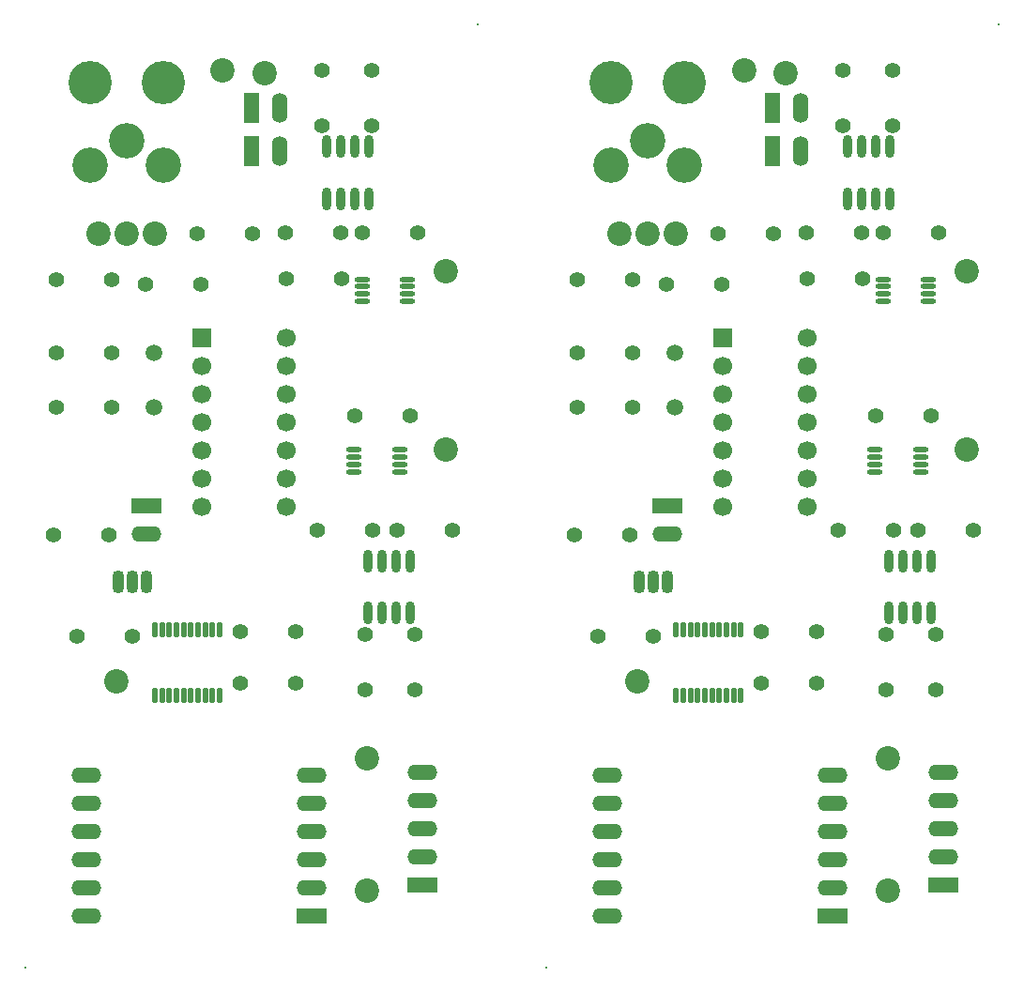
<source format=gts>
%FSLAX44Y44*%
%MOMM*%
G71*
G01*
G75*
G04 Layer_Color=8388736*
%ADD10C,0.4000*%
%ADD11C,0.2500*%
%ADD12C,0.2000*%
%ADD13C,0.6000*%
%ADD14C,0.2540*%
%ADD15O,1.4000X0.4500*%
%ADD16O,0.4500X1.4000*%
%ADD17O,0.6000X1.9000*%
%ADD18O,0.4900X1.4400*%
%ADD19O,0.8000X2.1000*%
%ADD20C,2.2000*%
%ADD21O,1.4000X2.7000*%
%ADD22R,1.4000X2.7000*%
%ADD23C,1.4000*%
%ADD24O,1.1000X2.1000*%
%ADD25O,1.1000X2.1000*%
%ADD26R,1.7000X1.7000*%
%ADD27C,1.7000*%
%ADD28C,1.5000*%
%ADD29C,3.2000*%
%ADD30C,3.9000*%
%ADD31R,2.7000X1.4000*%
%ADD32O,2.7000X1.4000*%
%ADD33C,0.2000*%
D15*
X359500Y469150D02*
D03*
Y475650D02*
D03*
Y482150D02*
D03*
Y488650D02*
D03*
X318500Y469150D02*
D03*
Y475650D02*
D03*
Y482150D02*
D03*
Y488650D02*
D03*
X366500Y623150D02*
D03*
Y629650D02*
D03*
Y636150D02*
D03*
Y642650D02*
D03*
X325500Y623150D02*
D03*
Y629650D02*
D03*
Y636150D02*
D03*
Y642650D02*
D03*
X829500Y469150D02*
D03*
Y475650D02*
D03*
Y482150D02*
D03*
Y488650D02*
D03*
X788500Y469150D02*
D03*
Y475650D02*
D03*
Y482150D02*
D03*
Y488650D02*
D03*
X836500Y623150D02*
D03*
Y629650D02*
D03*
Y636150D02*
D03*
Y642650D02*
D03*
X795500Y623150D02*
D03*
Y629650D02*
D03*
Y636150D02*
D03*
Y642650D02*
D03*
D18*
X197250Y326511D02*
D03*
X190750D02*
D03*
X184250D02*
D03*
X177750D02*
D03*
X171250D02*
D03*
X164750D02*
D03*
X158250D02*
D03*
X151750D02*
D03*
X145250D02*
D03*
X138750D02*
D03*
X197250Y267511D02*
D03*
X190750D02*
D03*
X184250D02*
D03*
X177750D02*
D03*
X171250D02*
D03*
X164750D02*
D03*
X158250D02*
D03*
X151750D02*
D03*
X145250D02*
D03*
X138750D02*
D03*
X667250Y326511D02*
D03*
X660750D02*
D03*
X654250D02*
D03*
X647750D02*
D03*
X641250D02*
D03*
X634750D02*
D03*
X628250D02*
D03*
X621750D02*
D03*
X615250D02*
D03*
X608750D02*
D03*
X667250Y267511D02*
D03*
X660750D02*
D03*
X654250D02*
D03*
X647750D02*
D03*
X641250D02*
D03*
X634750D02*
D03*
X628250D02*
D03*
X621750D02*
D03*
X615250D02*
D03*
X608750D02*
D03*
D19*
X332050Y762400D02*
D03*
X319350D02*
D03*
X306650D02*
D03*
X293950D02*
D03*
X332050Y715400D02*
D03*
X319350D02*
D03*
X306650D02*
D03*
X293950D02*
D03*
X330950Y341400D02*
D03*
X343650D02*
D03*
X356350D02*
D03*
X369050D02*
D03*
X330950Y388400D02*
D03*
X343650D02*
D03*
X356350D02*
D03*
X369050D02*
D03*
X802050Y762400D02*
D03*
X789350D02*
D03*
X776650D02*
D03*
X763950D02*
D03*
X802050Y715400D02*
D03*
X789350D02*
D03*
X776650D02*
D03*
X763950D02*
D03*
X800950Y341400D02*
D03*
X813650D02*
D03*
X826350D02*
D03*
X839050D02*
D03*
X800950Y388400D02*
D03*
X813650D02*
D03*
X826350D02*
D03*
X839050D02*
D03*
D20*
X401000Y488650D02*
D03*
Y650250D02*
D03*
X104000Y279900D02*
D03*
X138800Y683900D02*
D03*
X113400D02*
D03*
X88000D02*
D03*
X330050Y90900D02*
D03*
Y210900D02*
D03*
X200000Y830900D02*
D03*
X238000Y828900D02*
D03*
X871000Y488650D02*
D03*
Y650250D02*
D03*
X574000Y279900D02*
D03*
X608800Y683900D02*
D03*
X583400D02*
D03*
X558000D02*
D03*
X800050Y90900D02*
D03*
Y210900D02*
D03*
X670000Y830900D02*
D03*
X708000Y828900D02*
D03*
D21*
X251400Y796900D02*
D03*
X251400Y757900D02*
D03*
X721400Y796900D02*
D03*
X721400Y757900D02*
D03*
D22*
X226000Y796900D02*
D03*
X226000Y757900D02*
D03*
X696000Y796900D02*
D03*
X696000Y757900D02*
D03*
D23*
X180000Y637900D02*
D03*
X130000D02*
D03*
X325500Y684900D02*
D03*
X375500D02*
D03*
X307000Y642900D02*
D03*
X257000D02*
D03*
X266000Y324900D02*
D03*
X216000D02*
D03*
Y277900D02*
D03*
X266000D02*
D03*
X118000Y320900D02*
D03*
X68000D02*
D03*
X97000Y411900D02*
D03*
X47000D02*
D03*
X177000Y683900D02*
D03*
X227000D02*
D03*
X100000Y642650D02*
D03*
X50000D02*
D03*
X334293Y780900D02*
D03*
Y830900D02*
D03*
X289293Y780900D02*
D03*
Y830900D02*
D03*
X306000Y684900D02*
D03*
X256000D02*
D03*
X319000Y519900D02*
D03*
X369000D02*
D03*
X357000Y415900D02*
D03*
X407000D02*
D03*
X335000D02*
D03*
X285000D02*
D03*
X99520Y527100D02*
D03*
X49520D02*
D03*
X100000Y575900D02*
D03*
X50000D02*
D03*
X373000Y321900D02*
D03*
Y271900D02*
D03*
X328000Y321900D02*
D03*
Y271900D02*
D03*
X650000Y637900D02*
D03*
X600000D02*
D03*
X795500Y684900D02*
D03*
X845500D02*
D03*
X777000Y642900D02*
D03*
X727000D02*
D03*
X736000Y324900D02*
D03*
X686000D02*
D03*
Y277900D02*
D03*
X736000D02*
D03*
X588000Y320900D02*
D03*
X538000D02*
D03*
X567000Y411900D02*
D03*
X517000D02*
D03*
X647000Y683900D02*
D03*
X697000D02*
D03*
X570000Y642650D02*
D03*
X520000D02*
D03*
X804293Y780900D02*
D03*
Y830900D02*
D03*
X759293Y780900D02*
D03*
Y830900D02*
D03*
X776000Y684900D02*
D03*
X726000D02*
D03*
X789000Y519900D02*
D03*
X839000D02*
D03*
X827000Y415900D02*
D03*
X877000D02*
D03*
X805000D02*
D03*
X755000D02*
D03*
X569520Y527100D02*
D03*
X519520D02*
D03*
X570000Y575900D02*
D03*
X520000D02*
D03*
X843000Y321900D02*
D03*
Y271900D02*
D03*
X798000Y321900D02*
D03*
Y271900D02*
D03*
D24*
X130700Y369900D02*
D03*
X600700D02*
D03*
D25*
X118000D02*
D03*
X105300D02*
D03*
X588000D02*
D03*
X575300D02*
D03*
D26*
X180900Y590100D02*
D03*
X650900D02*
D03*
D27*
X180900Y564700D02*
D03*
Y539300D02*
D03*
Y513900D02*
D03*
Y488500D02*
D03*
Y463100D02*
D03*
Y437700D02*
D03*
X257100Y590100D02*
D03*
Y564700D02*
D03*
Y539300D02*
D03*
Y513900D02*
D03*
Y488500D02*
D03*
Y463100D02*
D03*
Y437700D02*
D03*
X650900Y564700D02*
D03*
Y539300D02*
D03*
Y513900D02*
D03*
Y488500D02*
D03*
Y463100D02*
D03*
Y437700D02*
D03*
X727100Y590100D02*
D03*
Y564700D02*
D03*
Y539300D02*
D03*
Y513900D02*
D03*
Y488500D02*
D03*
Y463100D02*
D03*
Y437700D02*
D03*
D28*
X138000Y527100D02*
D03*
Y575900D02*
D03*
X608000Y527100D02*
D03*
Y575900D02*
D03*
D29*
X80000Y745900D02*
D03*
X113000Y767900D02*
D03*
X146000Y745900D02*
D03*
X550000D02*
D03*
X583000Y767900D02*
D03*
X616000Y745900D02*
D03*
D30*
X80000Y819900D02*
D03*
X146000D02*
D03*
X550000D02*
D03*
X616000D02*
D03*
D31*
X380050Y95900D02*
D03*
X131000Y437900D02*
D03*
X280000Y67900D02*
D03*
X850050Y95900D02*
D03*
X601000Y437900D02*
D03*
X750000Y67900D02*
D03*
D32*
X380050Y121300D02*
D03*
Y146700D02*
D03*
Y172100D02*
D03*
Y197500D02*
D03*
X131000Y412500D02*
D03*
X76800Y194900D02*
D03*
Y169500D02*
D03*
Y144100D02*
D03*
Y118700D02*
D03*
Y93300D02*
D03*
Y67900D02*
D03*
X280000Y194900D02*
D03*
Y169500D02*
D03*
Y144100D02*
D03*
Y118700D02*
D03*
Y93300D02*
D03*
X850050Y121300D02*
D03*
Y146700D02*
D03*
Y172100D02*
D03*
Y197500D02*
D03*
X601000Y412500D02*
D03*
X546800Y194900D02*
D03*
Y169500D02*
D03*
Y144100D02*
D03*
Y118700D02*
D03*
Y93300D02*
D03*
Y67900D02*
D03*
X750000Y194900D02*
D03*
Y169500D02*
D03*
Y144100D02*
D03*
Y118700D02*
D03*
Y93300D02*
D03*
D33*
X22000Y22000D02*
D03*
X430000Y872500D02*
D03*
X492000Y22000D02*
D03*
X900000Y872500D02*
D03*
M02*

</source>
